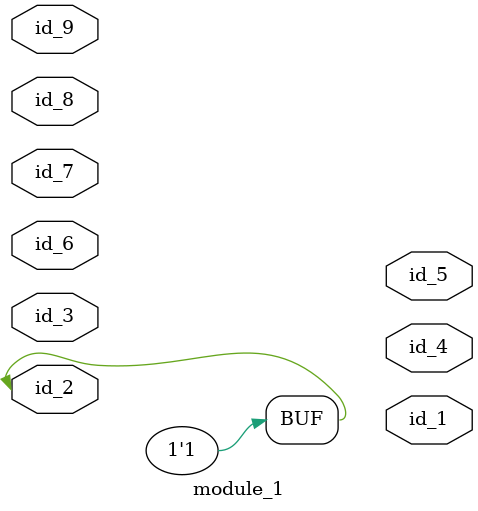
<source format=v>
module module_0 ();
  assign id_1 = 1 & 1 & id_1;
  assign id_1 = 1 && 1'b0 && id_1;
endmodule
module module_1 (
    id_1,
    id_2,
    id_3,
    id_4,
    id_5,
    id_6,
    id_7,
    id_8,
    id_9
);
  input wire id_9;
  input wire id_8;
  input wire id_7;
  inout wire id_6;
  output wire id_5;
  output wire id_4;
  inout wire id_3;
  inout wire id_2;
  output wire id_1;
  assign id_2 = 1;
  wire id_10;
  wire id_11;
  wire id_12;
  module_0 modCall_1 ();
  wire id_13;
endmodule

</source>
